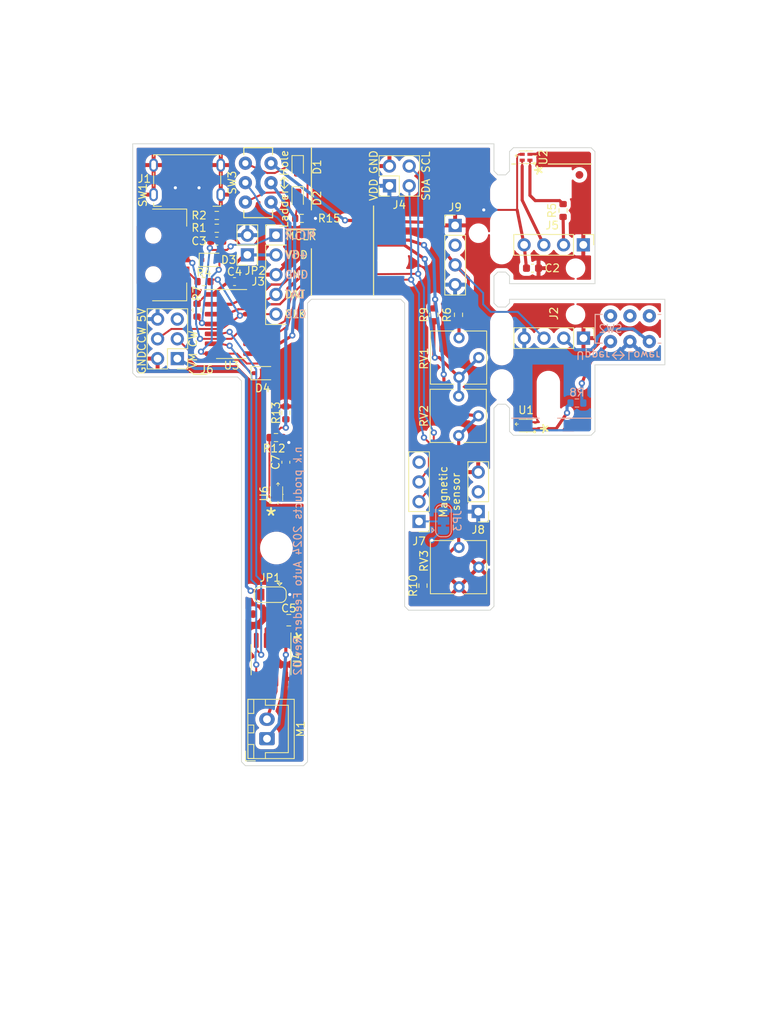
<source format=kicad_pcb>
(kicad_pcb (version 20211014) (generator pcbnew)
  (title_block (date "2023-12-21") (rev "02"))
  (layers (0 "F.Cu" signal) (31 "B.Cu" signal) (34 "B.Paste" user) (35 "F.Paste" user) (36 "B.SilkS" user "B.Silkscreen") (37 "F.SilkS" user "F.Silkscreen") (38 "B.Mask" user) (39 "F.Mask" user) (44 "Edge.Cuts" user))
  (net 0 "")
  (net 1 "GND")
  (net 2 "+5V")
  (net 3 "Net-(C3-Pad1)")
  (net 4 "Net-(J1-PadA5)")
  (net 5 "Net-(J1-PadB5)")
  (net 6 "Net-(D1-Pad1)")
  (net 7 "Net-(D1-Pad2)")
  (net 8 "/Sensor0")
  (net 9 "/FWD")
  (net 10 "/REV")
  (net 11 "/SCL")
  (net 12 "/SDA")
  (net 13 "Net-(R12-Pad2)")
  (net 14 "/Sensor1")
  (net 15 "Net-(C4-Pad2)")
  (net 16 "/RA4")
  (net 17 "/RA2")
  (net 18 "/RA5")
  (net 19 "/M1")
  (net 20 "/M2")
  (net 21 "/IR_DOWN")
  (net 22 "Net-(C5-Pad1)")
  (net 23 "/CCW")
  (net 24 "Net-(J7-Pad1)")
  (net 27 "Net-(R4-Pad1)")
  (net 28 "/IR_UP")
  (net 29 "/CW")
  (net 33 "Net-(D2-Pad1)")
  (net 34 "Net-(J3-Pad4)")
  (net 37 "Net-(SW3-Pad2)")
  (net 38 "Net-(R5-Pad2)")
  (net 40 "Net-(J5-Pad3)")
  (net 41 "Net-(J2-Pad2)")
  (net 42 "Net-(R8-Pad2)")
  (net 43 "Net-(R6-Pad2)")
  (net 44 "Net-(D3-Pad1)")
  (net 46 "Net-(D4-Pad1)")
  (net 47 "Net-(J6-Pad1)")
  (footprint "Capacitor_SMD:C_0603_1608Metric" (layer "F.Cu") (at 187.96 76)
    (fp_text reference "C2")
    (fp_text value "0.1u")
  )
  (footprint "Connector_PinHeader_2.54mm:PinHeader_2x01_P2.54mm_Vertical" (layer "F.Cu") (at 151.257 74.295 90)
    (fp_text reference "JP2")
    (fp_text value "Jumper_2_Bridged")
  )
  (footprint "Capacitor_SMD:C_0603_1608Metric" (layer "F.Cu") (at 156.21 100.965 -90)
    (fp_text reference "C7")
    (fp_text value "0.1u")
  )
  (footprint "Capacitor_SMD:C_0603_1608Metric" (layer "F.Cu") (at 149.606 77.724 180)
    (fp_text reference "C4")
    (fp_text value "0.1u")
  )
  (footprint "Resistor_SMD:R_0603_1608Metric" (layer "F.Cu") (at 145.669 77.724)
    (fp_text reference "R4")
    (fp_text value "1k")
  )
  (footprint "Potentiometer_THT:Potentiometer_Vishay_T73YP_Vertical" (layer "F.Cu") (at 178.46 97.54)
    (fp_text reference "RV2")
    (fp_text value "20k")
  )
  (footprint "Jumper:SolderJumper-3_P1.3mm_Bridged12_RoundedPad1.0x1.5mm" (layer "F.Cu") (at 154.2 118 180)
    (fp_text reference "JP1")
    (fp_text value "SolderJumper")
  )
  (footprint "Connector_PinHeader_2.54mm:PinHeader_1x04_P2.54mm_Vertical" (layer "F.Cu") (at 178 70.5)
    (fp_text reference "J9")
    (fp_text value "Conn_01x04")
  )
  (footprint "Connector_PinHeader_2.54mm:PinHeader_2x03_P2.54mm_Vertical" (layer "F.Cu") (at 142.24 87.63 180)
    (fp_text reference "J6")
    (fp_text value "Conn_02x03_Odd_Even")
  )
  (footprint "mylib:THMU26_2" (layer "F.Cu") (at 139.35 74.295 180)
    (fp_text reference "SW1")
    (fp_text value "TMHU26")
  )
  (footprint "Diode_SMD:D_SOD-323F" (layer "F.Cu") (at 153.22 89.504)
    (fp_text reference "D4")
    (fp_text value "1SS355VM")
  )
  (footprint "" (layer "F.Cu") (at 194.31 96.434999)
    (fp_text reference "")
    (fp_text value "")
  )
  (footprint "mylib:DrillHoleOval2.5x8mm" (layer "F.Cu") (at 181 71.5 90)
    (fp_text reference "REF**" hide)
    (fp_text value "DrillHoleOval2x2")
  )
  (footprint "mylib:DrillHoleOval2.5x8mm" (layer "F.Cu") (at 184 66.5)
    (fp_text reference "REF**" hide)
    (fp_text value "DrillHoleOval2x4")
  )
  (footprint "Connector_PinHeader_2.54mm:PinHeader_1x03_P2.54mm_Vertical" (layer "F.Cu") (at 180.975 107.315 180)
    (fp_text reference "J8")
    (fp_text value "Conn_01x03")
  )
  (footprint "mylib:NJL5901AR-1" (layer "F.Cu") (at 155 105 -90)
    (fp_text reference "U6")
    (fp_text value "NJL5901AR-1")
  )
  (footprint "mylib:DrillHoleOval2.5x8mm" (layer "F.Cu") (at 190.5 65 90)
    (fp_text reference "REF**" hide)
    (fp_text value "DrillHoleOval2x4")
  )
  (footprint "" (layer "F.Cu") (at 194 64)
    (fp_text reference "")
    (fp_text value "")
  )
  (footprint "Fiducial:Fiducial_1mm_Mask2mm" (layer "F.Cu") (at 152 120.5)
    (fp_text reference "REF**" hide)
    (fp_text value "Fiducial_1mm_Mask2mm")
  )
  (footprint "Connector_PinHeader_2.54mm:PinHeader_1x04_P2.54mm_Vertical" (layer "F.Cu") (at 194.52 84.999999 -90)
    (fp_text reference "J2")
    (fp_text value "Conn_01x04")
  )
  (footprint "Resistor_SMD:R_0603_1608Metric" (layer "F.Cu") (at 156.21 94.615 90)
    (fp_text reference "R13")
    (fp_text value "22k")
  )
  (footprint "Resistor_SMD:R_0603_1608Metric" (layer "F.Cu") (at 154.94 97.79 180)
    (fp_text reference "R12")
    (fp_text value "820")
  )
  (footprint "mylib:NJL5901AR-1" (layer "F.Cu") (at 187.13 96.26)
    (fp_text reference "U1")
    (fp_text value "NJL5901AR-1")
  )
  (footprint "Resistor_SMD:R_0603_1608Metric" (layer "F.Cu") (at 173.863 116.84 90)
    (fp_text reference "R10")
    (fp_text value "18k")
  )
  (footprint "Resistor_SMD:R_0603_1608Metric" (layer "F.Cu") (at 175.26 82 -90)
    (fp_text reference "R9")
    (fp_text value "10k")
  )
  (footprint "Resistor_SMD:R_0603_1608Metric" (layer "F.Cu") (at 158.242 69.596 180)
    (fp_text reference "R15")
    (fp_text value "1k")
  )
  (footprint "Connector_PinHeader_2.54mm:PinHeader_2x02_P2.54mm_Vertical" (layer "F.Cu") (at 169.545 65.405 90)
    (fp_text reference "J4")
    (fp_text value "Conn_02x02_Odd_Even")
  )
  (footprint "Potentiometer_THT:Potentiometer_Vishay_T73YP_Vertical" (layer "F.Cu") (at 178.5 90.04)
    (fp_text reference "RV1")
    (fp_text value "1k")
  )
  (footprint "mylib:DrillHoleOval2.5x8mm" (layer "F.Cu") (at 190 92.71)
    (fp_text reference "REF**" hide)
    (fp_text value "DrillHoleOval2x6")
  )
  (footprint "Package_SO:SOIC-8_3.9x4.9mm_P1.27mm" (layer "F.Cu") (at 154.305 126.365 -90)
    (fp_text reference "U4")
    (fp_text value "ZXBM5210-S")
  )
  (footprint "mylib:NJL5901AR-1" (layer "F.Cu") (at 187.13 61.73)
    (fp_text reference "U2")
    (fp_text value "NJL5901AR-1")
  )
  (footprint "mylib:DrillHoleOval2.5x8mm" (layer "F.Cu") (at 193.5 82 90)
    (fp_text reference "REF**" hide)
    (fp_text value "DrillHoleOval2x2")
  )
  (footprint "Resistor_SMD:R_0603_1608Metric" (layer "F.Cu") (at 178.435 82 -90)
    (fp_text reference "R6")
    (fp_text value "1k")
  )
  (footprint "MountingHole:MountingHole_3.2mm_M3_DIN965" (layer "F.Cu") (at 155 112)
    (fp_text reference "REF**" hide)
    (fp_text value "MountingHole_3.2mm_M3_DIN965")
  )
  (footprint "Connector_PinHeader_2.54mm:PinHeader_1x05_P2.54mm_Vertical" (layer "F.Cu") (at 154.94 71.755)
    (fp_text reference "J3")
    (fp_text value "Conn_01x05")
  )
  (footprint "mylib:DrillHoleOval2.5x8mm" (layer "F.Cu") (at 184 72)
    (fp_text reference "REF**" hide)
    (fp_text value "DrillHoleOval2.5x8mm")
  )
  (footprint "" (layer "F.Cu") (at 141.5 63)
    (fp_text reference "")
    (fp_text value "")
  )
  (footprint "mylib:USB_C_6" (layer "F.Cu") (at 143.51 62.738 180)
    (fp_text reference "J1")
    (fp_text value "USB_C_Receptacle_6")
  )
  (footprint "Connector_PinHeader_2.54mm:PinHeader_1x04_P2.54mm_Vertical" (layer "F.Cu") (at 173.355 108.575 180)
    (fp_text reference "J7")
    (fp_text value "Conn_01x04")
  )
  (footprint "Capacitor_SMD:C_0805_2012Metric" (layer "F.Cu") (at 156.591 121.285)
    (fp_text reference "C5")
    (fp_text value "10u")
  )
  (footprint "Resistor_SMD:R_0603_1608Metric" (layer "F.Cu") (at 191.897 68.58 90)
    (fp_text reference "R5")
    (fp_text value "510")
  )
  (footprint "mylib:DrillHoleOval2.5x8mm" (layer "F.Cu") (at 184 91)
    (fp_text reference "REF**" hide)
    (fp_text value "DrillHoleOval2x3")
  )
  (footprint "Package_SO:SOIC-14_3.9x8.7mm_P1.27mm" (layer "F.Cu") (at 149.225 83.185)
    (fp_text reference "U3")
    (fp_text value "PIC16F1705-I/SO")
  )
  (footprint "LED_SMD:LED_0603_1608Metric" (layer "F.Cu") (at 157.734 67 -90)
    (fp_text reference "D2")
    (fp_text value "LED")
  )
  (footprint "Potentiometer_THT:Potentiometer_Vishay_T73YP_Vertical" (layer "F.Cu") (at 178.5 117)
    (fp_text reference "RV3")
    (fp_text value "20k")
  )
  (footprint "Connector_JST:JST_XH_B2B-XH-A_1x02_P2.50mm_Vertical" (layer "F.Cu") (at 153.78 136.525 90)
    (fp_text reference "M1")
    (fp_text value "Motor_DC")
  )
  (footprint "LED_SMD:LED_0603_1608Metric" (layer "F.Cu") (at 157.734 63 -90)
    (fp_text reference "D1")
    (fp_text value "LED")
  )
  (footprint "Diode_SMD:D_SOD-323F" (layer "F.Cu") (at 146.558 74.93)
    (fp_text reference "D3")
    (fp_text value "1SS355VM")
  )
  (footprint "Resistor_SMD:R_0603_1608Metric" (layer "F.Cu") (at 144.78 81.407 90)
    (fp_text reference "R7")
    (fp_text value "10k")
  )
  (footprint "Capacitor_SMD:C_0603_1608Metric" (layer "F.Cu") (at 147.32 72.517)
    (fp_text reference "C3")
    (fp_text value "0.01u")
  )
  (footprint "mylib:DrillHoleOval2.5x8mm" (layer "F.Cu") (at 193.5 76 90)
    (fp_text reference "REF**" hide)
    (fp_text value "DrillHoleOval2x2")
  )
  (footprint "Resistor_SMD:R_0603_1608Metric" (layer "F.Cu") (at 147.32 70.866)
    (fp_text reference "R1")
    (fp_text value "5.1k")
  )
  (footprint "mylib:Slide-SW-IS-2235" (layer "F.Cu") (at 154.3 62.5 -90)
    (fp_text reference "SW3")
    (fp_text value "IS-2235")
  )
  (footprint "Resistor_SMD:R_0603_1608Metric" (layer "F.Cu") (at 147.32 69.215)
    (fp_text reference "R2")
    (fp_text value "5.1k")
  )
  (footprint "mylib:DrillHoleOval2.5x8mm" (layer "F.Cu") (at 170 75 90)
    (fp_text reference "REF**" hide)
    (fp_text value "DrillHoleOval2x4")
  )
  (footprint "Connector_PinHeader_2.54mm:PinHeader_1x04_P2.54mm_Vertical" (layer "F.Cu") (at 194.5 73 -90)
    (fp_text reference "J5")
    (fp_text value "Conn_01x04")
  )
  (footprint "mylib:DrillHoleOval2.5x8mm" (layer "F.Cu") (at 184 84.999999)
    (fp_text reference "REF**" hide)
    (fp_text value "DrillHoleOval2x6")
  )
  (footprint "mylib:Slide-SW-IS-2235" (layer "B.Cu") (at 198 85.43512)
    (fp_text reference "SW2")
    (fp_text value "IS-2235")
  )
  (footprint "Resistor_SMD:R_0603_1608Metric" (layer "B.Cu") (at 193.675 93.345 180)
    (fp_text reference "R8")
    (fp_text value "510")
  )
  (footprint "Jumper:SolderJumper-3_P1.3mm_Bridged12_RoundedPad1.0x1.5mm" (layer "B.Cu") (at 176.5 108.5 90)
    (fp_text reference "JP3")
    (fp_text value "SolderJumper_3_Bridged12")
  )
  (gr_line (start 199.75 87.2) (end 198.25 87.2) (layer "B.SilkS") (width 0.15))
  (gr_line (start 199.75 87.2) (end 199.25 87.7) (layer "B.SilkS") (width 0.15))
  (gr_line (start 196.925 81.95) (end 196.025 81.95) (layer "B.SilkS") (width 0.15))
  (gr_line (start 204.475 81.95) (end 204.125 81.95) (layer "B.SilkS") (width 0.15))
  (gr_line (start 198.25 87.2) (end 198.75 87.7) (layer "B.SilkS") (width 0.15))
  (gr_line (start 196.025 85.65) (end 196.925 85.65) (layer "B.SilkS") (width 0.15))
  (gr_line (start 185.3 95.3) (end 188.8 95.3) (layer "B.SilkS") (width 0.15))
  (gr_line (start 204.125 85.65) (end 204.475 85.65) (layer "B.SilkS") (width 0.15))
  (gr_line (start 198.25 87.2) (end 198.75 86.7) (layer "B.SilkS") (width 0.15))
  (gr_line (start 191.2 95.3) (end 195.5 95.3) (layer "B.SilkS") (width 0.15))
  (gr_line (start 199.75 87.2) (end 199.25 86.7) (layer "B.SilkS") (width 0.15))
  (gr_line (start 196.025 81.95) (end 196.025 85.65) (layer "B.SilkS") (width 0.15))
  (gr_line (start 155.5 65.25) (end 156 65.75) (layer "F.SilkS") (width 0.15))
  (gr_line (start 155.5 64.75) (end 156 64.25) (layer "F.SilkS") (width 0.15))
  (gr_line (start 167.5 68) (end 167.5 79.5) (layer "F.SilkS") (width 0.15))
  (gr_line (start 190 62.6) (end 195.5 62.6) (layer "F.SilkS") (width 0.15))
  (gr_line (start 150.8 68.6) (end 150.8 69.5) (layer "F.SilkS") (width 0.15))
  (gr_line (start 156 65.75) (end 156 64.25) (layer "F.SilkS") (width 0.15))
  (gr_line (start 154.5 69.5) (end 154.5 68.6) (layer "F.SilkS") (width 0.15))
  (gr_line (start 156.5 65.25) (end 156 65.75) (layer "F.SilkS") (width 0.15))
  (gr_line (start 150.8 60.5) (end 150.8 61.4) (layer "F.SilkS") (width 0.15))
  (gr_line (start 150.8 69.5) (end 154.5 69.5) (layer "F.SilkS") (width 0.15))
  (gr_line (start 156.5 64.75) (end 156 64.25) (layer "F.SilkS") (width 0.15))
  (gr_line (start 154.5 60.5) (end 150.8 60.5) (layer "F.SilkS") (width 0.15))
  (gr_line (start 159.5 73.5) (end 159.5 79.5) (layer "F.SilkS") (width 0.15))
  (gr_line (start 159.5 60.5) (end 159.5 68.5) (layer "F.SilkS") (width 0.15))
  (gr_line (start 144.399 89.662) (end 143.764 89.154) (layer "F.SilkS") (width 0.15))
  (gr_line (start 185.3 62.6) (end 185.8 62.6) (layer "F.SilkS") (width 0.15))
  (gr_line (start 154.5 61.4) (end 154.5 60.5) (layer "F.SilkS") (width 0.15))
  (gr_line (start 146.05 89.662) (end 144.399 89.662) (layer "F.SilkS") (width 0.15))
  (gr_line (start 183.5 93.5) (end 183 94) (layer "Edge.Cuts") (width 0.1))
  (gr_line (start 195.5 97.5) (end 196 97.000002) (layer "Edge.Cuts") (width 0.1))
  (gr_line (start 185.5 60.5) (end 195.5 60.5) (layer "Edge.Cuts") (width 0.1))
  (gr_line (start 185 61) (end 185.5 60.5) (layer "Edge.Cuts") (width 0.1))
  (gr_line (start 171.5 119.5) (end 172 120) (layer "Edge.Cuts") (width 0.1))
  (gr_line (start 195.5 97.5) (end 185.5 97.500002) (layer "Edge.Cuts") (width 0.1))
  (gr_line (start 184.5 81) (end 185 80.5) (layer "Edge.Cuts") (width 0.1))
  (gr_line (start 136.5 60) (end 183 60) (layer "Edge.Cuts") (width 0.1))
  (gr_line (start 171.5 80.5) (end 171.5 119.5) (layer "Edge.Cuts") (width 0.1))
  (gr_line (start 159 80.5) (end 159 139.5) (layer "Edge.Cuts") (width 0.1))
  (gr_line (start 196 97.000002) (end 196 88.43512) (layer "Edge.Cuts") (width 0.1))
  (gr_line (start 184.5 76.5) (end 185 77) (layer "Edge.Cuts") (width 0.1))
  (gr_line (start 183.5 64) (end 183 63.5) (layer "Edge.Cuts") (width 0.1))
  (gr_line (start 183.5 76.5) (end 184.5 76.5) (layer "Edge.Cuts") (width 0.1))
  (gr_line (start 171 80) (end 171.5 80.5) (layer "Edge.Cuts") (width 0.1))
  (gr_line (start 184.5 64) (end 185 63.5) (layer "Edge.Cuts") (width 0.1))
  (gr_line (start 185 80) (end 205 80) (layer "Edge.Cuts") (width 0.1))
  (gr_line (start 196 61) (end 196 78) (layer "Edge.Cuts") (width 0.1))
  (gr_line (start 183.5 76.5) (end 183 77) (layer "Edge.Cuts") (width 0.1))
  (gr_line (start 185 94) (end 185 97.000002) (layer "Edge.Cuts") (width 0.1))
  (gr_line (start 183.5 64) (end 184.5 64) (layer "Edge.Cuts") (width 0.1))
  (gr_line (start 137 90) (end 150 90) (layer "Edge.Cuts") (width 0.1))
  (gr_line (start 183 94) (end 183 119.5) (layer "Edge.Cuts") (width 0.1))
  (gr_line (start 171 80) (end 159.5 80) (layer "Edge.Cuts") (width 0.1))
  (gr_line (start 150.5 139.5) (end 151 140) (layer "Edge.Cuts") (width 0.1))
  (gr_line (start 205 88.43512) (end 196 88.43512) (layer "Edge.Cuts") (width 0.1))
  (gr_line (start 158.5 140) (end 159 139.5) (layer "Edge.Cuts") (width 0.1))
  (gr_line (start 183.5 93.5) (end 184.5 93.5) (layer "Edge.Cuts") (width 0.1))
  (gr_line (start 151 140) (end 158.5 140) (layer "Edge.Cuts") (width 0.1))
  (gr_line (start 185 80.5) (end 185 80) (layer "Edge.Cuts") (width 0.1))
  (gr_line (start 185 97.000002) (end 185.5 97.500002) (layer "Edge.Cuts") (width 0.1))
  (gr_line (start 150 90) (end 150.5 90.5) (layer "Edge.Cuts") (width 0.1))
  (gr_line (start 150.5 90.5) (end 150.5 139.5) (layer "Edge.Cuts") (width 0.1))
  (gr_line (start 159.5 80) (end 159 80.5) (layer "Edge.Cuts") (width 0.1))
  (gr_line (start 183.5 81) (end 183 80.5) (layer "Edge.Cuts") (width 0.1))
  (gr_line (start 183 77) (end 183 80.5) (layer "Edge.Cuts") (width 0.1))
  (gr_line (start 196 78) (end 185 78) (layer "Edge.Cuts") (width 0.1))
  (gr_line (start 136.5 89.5) (end 137 90) (layer "Edge.Cuts") (width 0.1))
  (gr_line (start 184.5 93.5) (end 185 94) (layer "Edge.Cuts") (width 0.1))
  (gr_line (start 183.5 81) (end 184.5 81) (layer "Edge.Cuts") (width 0.1))
  (gr_line (start 172 120) (end 182.5 120) (layer "Edge.Cuts") (width 0.1))
  (gr_line (start 205 80) (end 205 88.43512) (layer "Edge.Cuts") (width 0.1))
  (gr_line (start 136.5 60) (end 136.5 89.5) (layer "Edge.Cuts") (width 0.1))
  (gr_line (start 185 77) (end 185 78) (layer "Edge.Cuts") (width 0.1))
  (gr_line (start 183 60) (end 183 63.5) (layer "Edge.Cuts") (width 0.1))
  (gr_line (start 182.5 120) (end 183 119.5) (layer "Edge.Cuts") (width 0.1))
  (gr_line (start 195.5 60.5) (end 196 61) (layer "Edge.Cuts") (width 0.1))
  (gr_line (start 185 61) (end 185 63.5) (layer "Edge.Cuts") (width 0.1))
  (gr_text "Lower" (at 202.25 87.2 180) (layer "B.SilkS") (effects (font (size 1 1)) (justify mirror)))
  (gr_text "GND" (at 155.956 76.835) (layer "B.SilkS") (effects (font (size 1 1)) (justify right mirror)))
  (gr_text "n.k products 2024 Auto Feeder Rev.02" (at 157.734 113.665 90) (layer "B.SilkS") (effects (font (size 1 1)) (justify mirror)))
  (gr_text "~{MCLR}" (at 155.956 71.755) (layer "B.SilkS") (effects (font (size 1 1)) (justify right mirror)))
  (gr_text "+5V" (at 155.956 74.295) (layer "B.SilkS") (effects (font (size 1 1)) (justify right mirror)))
  (gr_text "DAT" (at 155.956 79.375) (layer "B.SilkS") (effects (font (size 1 1)) (justify right mirror)))
  (gr_text "Upper" (at 195.75 87.2 180) (layer "B.SilkS") (effects (font (size 1 1)) (justify mirror)))
  (gr_text "CLK" (at 155.956 81.915) (layer "B.SilkS") (effects (font (size 1 1)) (justify right mirror)))
  (gr_text "Ladder" (at 156 68.326 90) (layer "F.SilkS") (effects (font (size 1 1))))
  (gr_text "VDD" (at 167.513 65.913 90) (layer "F.SilkS") (effects (font (size 1 1))))
  (gr_text "CW" (at 144.272 85.09 90) (layer "F.SilkS") (effects (font (size 1 1))))
  (gr_text "*" (at 190.119 96.647 90) (layer "F.SilkS") (effects (font (size 2 2) (thickness 0.25))))
  (gr_text "VM" (at 144.272 87.884 90) (layer "F.SilkS") (effects (font (size 1 1))))
  (gr_text "5V" (at 137.668 82.042 90) (layer "F.SilkS") (effects (font (size 1 1))))
  (gr_text "CCW" (at 137.668 85.09 90) (layer "F.SilkS") (effects (font (size 1 1))))
  (gr_text "SCL" (at 174.244 62.357 90) (layer "F.SilkS") (effects (font (size 1 1))))
  (gr_text "DAT" (at 155.956 79.375) (layer "F.SilkS") (effects (font (size 1 1)) (justify left)))
  (gr_text "Hole" (at 156 62.484 90) (layer "F.SilkS") (effects (font (size 1 1))))
  (gr_text "*" (at 189.357 63.373 90) (layer "F.SilkS") (effects (font (size 2 2) (thickness 0.25))))
  (gr_text "GND" (at 137.668 88.138 90) (layer "F.SilkS") (effects (font (size 1 1))))
  (gr_text "SDA" (at 174.244 65.913 90) (layer "F.SilkS") (effects (font (size 1 1))))
  (gr_text "GND" (at 155.956 76.835) (layer "F.SilkS") (effects (font (size 1 1)) (justify left)))
  (gr_text "*" (at 154.305 107.95) (layer "F.SilkS") (effects (font (size 2 2) (thickness 0.25))))
  (gr_text "VDD" (at 156.083 74.295) (layer "F.SilkS") (effects (font (size 1 1)) (justify left)))
  (gr_text "GND" (at 167.513 62.357 90) (layer "F.SilkS") (effects (font (size 1 1))))
  (gr_text "~{MCLR}" (at 156.083 71.882) (layer "F.SilkS") (effects (font (size 1 1)) (justify left)))
  (gr_text "*" (at 158.369 123.444 90) (layer "F.SilkS") (effects (font (size 2 2) (thickness 0.25))))
  (gr_text "Magnetic\nsensor" (at 177.292 104.775 90) (layer "F.SilkS") (effects (font (size 1 1))))
  (gr_text "CLK" (at 155.956 81.915) (layer "F.SilkS") (effects (font (size 1 1)) (justify left)))
  (segment (start 193.675 87.63) (end 194.52 86.785) (width 0.25) (layer "F.Cu") (net 1))
  (segment (start 194.5 70.93) (end 194.5 73) (width 0.25) (layer "F.Cu") (net 1))
  (segment (start 148.145 69.215) (end 148.145 68.262) (width 0.25) (layer "F.Cu") (net 1))
  (segment (start 187.63 95.88) (end 187.63 88.595) (width 0.25) (layer "F.Cu") (net 1))
  (segment (start 161.925 69.85) (end 161.925 69.215) (width 0.4) (layer "F.Cu") (net 1))
  (segment (start 153.289 76.835) (end 151.7 78.424) (width 0.25) (layer "F.Cu") (net 1))
  (segment (start 154.94 76.835) (end 161.925 69.85) (width 0.4) (layer "F.Cu") (net 1))
  (segment (start 167.64 65.7225) (end 167.64 62.865) (width 0.4) (layer "F.Cu") (net 1))
  (segment (start 156.0675 105.5) (end 156.21 105.3575) (width 0.25) (layer "F.Cu") (net 1))
  (segment (start 161.925 69.215) (end 162.56 68.58) (width 0.4) (layer "F.Cu") (net 1))
  (segment (start 167.64 62.865) (end 169.545 62.865) (width 0.4) (layer "F.Cu") (net 1))
  (segment (start 194.745 61.35) (end 195.125 61.73) (width 0.25) (layer "F.Cu") (net 1))
  (segment (start 164.7825 68.58) (end 167.64 65.7225) (width 0.4) (layer "F.Cu") (net 1))
  (segment (start 187.63 61.35) (end 194.745 61.35) (width 0.25) (layer "F.Cu") (net 1))
  (segment (start 187.63 88.595) (end 188.595 87.63) (width 0.25) (layer "F.Cu") (net 1))
  (segment (start 151.7 78.424) (end 151.7 79.375) (width 0.25) (layer "F.Cu") (net 1))
  (segment (start 195.125 64.465991) (end 194.945 64.645991) (width 0.25) (layer "F.Cu") (net 1))
  (segment (start 155.38 105.5) (end 156.0675 105.5) (width 0.25) (layer "F.Cu") (net 1))
  (segment (start 194.945 70.485) (end 194.5 70.93) (width 0.25) (layer "F.Cu") (net 1))
  (segment (start 154.94 76.835) (end 153.289 76.835) (width 0.25) (layer "F.Cu") (net 1))
  (segment (start 162.56 68.58) (end 164.7825 68.58) (width 0.4) (layer "F.Cu") (net 1))
  (segment (start 194.945 64.645991) (end 194.945 70.485) (width 0.25) (layer "F.Cu") (net 1))
  (segment (start 148.145 68.262) (end 147.83 67.947) (width 0.25) (layer "F.Cu") (net 1))
  (segment (start 147.83 67.947) (end 147.83 66.538) (width 0.25) (layer "F.Cu") (net 1))
  (segment (start 194.52 86.785) (end 194.52 84.999999) (width 0.25) (layer "F.Cu") (net 1))
  (segment (start 195.125 61.73) (end 195.125 64.465991) (width 0.25) (layer "F.Cu") (net 1))
  (segment (start 156.21 105.3575) (end 156.21 101.74) (width 0.25) (layer "F.Cu") (net 1))
  (segment (start 188.595 87.63) (end 193.675 87.63) (width 0.25) (layer "F.Cu") (net 1))
  (via (at 175 111) (size 0.8) (drill 0.4) (layers "F.Cu" "B.Cu") (net 1))
  (segment (start 176.5 109.8) (end 176.2 109.8) (width 0.25) (layer "B.Cu") (net 1))
  (segment (start 176.2 109.8) (end 175 111) (width 0.25) (layer "B.Cu") (net 1))
  (segment (start 145.034 65.659) (end 145.03 65.663) (width 0.4) (layer "F.Cu") (net 2))
  (segment (start 156.4 98.425) (end 155.765 97.79) (width 0.25) (layer "F.Cu") (net 2))
  (segment (start 145.03 65.663) (end 145.03 67.288) (width 0.4) (layer "F.Cu") (net 2))
  (segment (start 156.718 117.983) (end 155.478 117.983) (width 0.4) (layer "F.Cu") (net 2))
  (segment (start 156.591 98.425) (end 156.4 98.425) (width 0.25) (layer "F.Cu") (net 2))
  (segment (start 185.98 68.505) (end 186.88 73) (width 0.4) (layer "F.Cu") (net 2))
  (segment (start 185.98 61.585) (end 185.98 68.505) (width 0.25) (layer "F.Cu") (net 2))
  (segment (start 156.21 100.19) (end 155.38 100.19) (width 0.25) (layer "F.Cu") (net 2))
  (segment (start 186.215 61.35) (end 185.98 61.585) (width 0.25) (layer "F.Cu") (net 2))
  (segment (start 155.38 100.19) (end 155.38 104.5) (width 0.25) (layer "F.Cu") (net 2))
  (segment (start 156.591 98.425) (end 156.21 98.806) (width 0.25) (layer "F.Cu") (net 2))
  (segment (start 141.986 65.659) (end 141.99 65.663) (width 0.4) (layer "F.Cu") (net 2))
  (segment (start 186.63 61.35) (end 186.215 61.35) (width 0.25) (layer "F.Cu") (net 2))
  (segment (start 156.21 98.806) (end 156.21 100.19) (width 0.25) (layer "F.Cu") (net 2))
  (segment (start 160.02 69.596) (end 159.067 69.596) (width 0.25) (layer "F.Cu") (net 2))
  (segment (start 141.99 65.663) (end 141.99 67.288) (width 0.4) (layer "F.Cu") (net 2))
  (segment (start 181.685 68.505) (end 185.98 68.505) (width 0.25) (layer "F.Cu") (net 2))
  (segment (start 187.185 76) (end 186.88 73) (width 0.4) (layer "F.Cu") (net 2))
  (via (at 156.718 117.983) (size 0.8) (drill 0.4) (layers "F.Cu" "B.Cu") (net 2))
  (via (at 156.591 98.425) (size 0.8) (drill 0.4) (layers "F.Cu" "B.Cu") (net 2))
  (via (at 181.685 68.505) (size 0.8) (drill 0.4) (layers "F.Cu" "B.Cu") (net 2))
  (via (at 160.02 69.596) (size 0.8) (drill 0.4) (layers "F.Cu" "B.Cu") (net 2))
  (via (at 145.034 65.659) (size 0.8) (drill 0.4) (layers "F.Cu" "B.Cu") (net 2))
  (via (at 141.986 65.659) (size 0.8) (drill 0.4) (layers "F.Cu" "B.Cu") (net 2))
  (segment (start 176.5 68.5) (end 181.68 68.5) (width 0.25) (layer "B.Cu") (net 2))
  (segment (start 176.5 78) (end 176.5 68.5) (width 0.25) (layer "B.Cu") (net 2))
  (segment (start 181.68 68.5) (end 181.685 68.505) (width 0.25) (layer "B.Cu") (net 2))
  (segment (start 176.62 78.12) (end 176.5 78) (width 0.25) (layer "B.Cu") (net 2))
  (segment (start 178 78.12) (end 176.62 78.12) (width 0.25) (layer "B.Cu") (net 2))
  (segment (start 146.685 73.66) (end 148.64 73.66) (width 0.25) (layer "F.Cu") (net 3))
  (segment (start 145.415 83.058) (end 145.2505 83.185) (width 0.25) (layer "F.Cu") (net 3))
  (segment (start 148.64 73.66) (end 149.1 73.2) (width 0.25) (layer "F.Cu") (net 3))
  (segment (start 146.431 73.406) (end 146.545 72.517) (width 0.25) (layer "F.Cu") (net 3))
  (segment (start 146.431 73.406) (end 146.685 73.66) (width 0.25) (layer "F.Cu") (net 3))
  (segment (start 145.415 83.058) (end 144.78 82.232) (width 0.25) (layer "F.Cu") (net 3))
  (segment (start 145.2505 83.185) (end 146.75 83.185) (width 0.25) (layer "F.Cu") (net 3))
  (via (at 146.431 73.406) (size 0.8) (drill 0.4) (layers "F.Cu" "B.Cu") (net 3))
  (via (at 149.1 73.2) (size 0.8) (drill 0.4) (layers "F.Cu" "B.Cu") (net 3))
  (via (at 145.415 83.058) (size 0.8) (drill 0.4) (layers "F.Cu" "B.Cu") (net 3))
  (segment (start 152.146 72.993) (end 154.94 71.755) (width 0.25) (layer "B.Cu") (net 3))
  (segment (start 149.1 73.2) (end 149.307 72.993) (width 0.25) (layer "B.Cu") (net 3))
  (segment (start 145.415 83.058) (end 146.431 73.406) (width 0.25) (layer "B.Cu") (net 3))
  (segment (start 149.307 72.993) (end 152.146 72.993) (width 0.25) (layer "B.Cu") (net 3))
  (segment (start 145.542 69.215) (end 146.495 69.215) (width 0.25) (layer "F.Cu") (net 4))
  (segment (start 144.01 67.937) (end 145.542 69.215) (width 0.25) (layer "F.Cu") (net 4))
  (segment (start 144.01 67.288) (end 144.01 67.937) (width 0.25) (layer "F.Cu") (net 4))
  (segment (start 145.8005 70.866) (end 143.01 68.0755) (width 0.25) (layer "F.Cu") (net 5))
  (segment (start 143.01 68.0755) (end 143.01 67.288) (width 0.25) (layer "F.Cu") (net 5))
  (segment (start 146.495 70.866) (end 145.8005 70.866) (width 0.25) (layer "F.Cu") (net 5))
  (segment (start 151 62.5) (end 153.797 63.754) (width 0.25) (layer "F.Cu") (net 6))
  (segment (start 154.813 63.754) (end 157.734 62.2125) (width 0.25) (layer "F.Cu") (net 6))
  (segment (start 153.797 63.754) (end 154.813 63.754) (width 0.25) (layer "F.Cu") (net 6))
  (segment (start 158.3995 67.7875) (end 157.734 67.7875) (width 0.25) (layer "F.Cu") (net 7))
  (segment (start 159 67.187) (end 158.3995 67.7875) (width 0.25) (layer "F.Cu") (net 7))
  (segment (start 159 65.0535) (end 159 67.187) (width 0.25) (layer "F.Cu") (net 7))
  (segment (start 157.734 63.7875) (end 159 65.0535) (width 0.25) (layer "F.Cu") (net 7))
  (segment (start 157.734 67.7875) (end 157.417 69.596) (width 0.25) (layer "F.Cu") (net 7))
  (segment (start 178 75.58) (end 179.705 77.285) (width 0.4) (layer "F.Cu") (net 8))
  (segment (start 176.53 73.66) (end 178 75.58) (width 0.4) (layer "F.Cu") (net 8))
  (segment (start 179.705 78.613) (end 178.435 81.175) (width 0.4) (layer "F.Cu") (net 8))
  (segment (start 179.705 77.285) (end 179.705 78.613) (width 0.4) (layer "F.Cu") (net 8))
  (segment (start 174.371 70.104) (end 176.276 71.755) (width 0.4) (layer "F.Cu") (net 8))
  (segment (start 176.276 71.755) (end 176.53 73.66) (width 0.4) (layer "F.Cu") (net 8))
  (segment (start 163.83 69.85) (end 174.371 70.104) (width 0.4) (layer "F.Cu") (net 8))
  (via (at 163.83 69.85) (size 0.8) (drill 0.4) (layers "F.Cu" "B.Cu") (net 8))
  (segment (start 182.589999 81.624999) (end 181.61 80.645) (width 0.25) (layer "B.Cu") (net 8))
  (segment (start 163.83 69.85) (end 154.3 62.5) (width 0.4) (layer "B.Cu") (net 8))
  (segment (start 181.61 80.645) (end 181.61 79.19) (width 0.25) (layer "B.Cu") (net 8))
  (segment (start 181.61 79.19) (end 178 75.58) (width 0.25) (layer "B.Cu") (net 8))
  (segment (start 189.44 84.999999) (end 186.065 81.624999) (width 0.25) (layer "B.Cu") (net 8))
  (segment (start 186.065 81.624999) (end 182.589999 81.624999) (width 0.25) (layer "B.Cu") (net 8))
  (segment (start 147.828 84.455) (end 146.75 84.455) (width 0.25) (layer "F.Cu") (net 9))
  (segment (start 148.971 84.201) (end 147.828 84.455) (width 0.25) (layer "F.Cu") (net 9))
  (segment (start 152.4 125.095) (end 153.035 125.73) (width 0.25) (layer "F.Cu") (net 9))
  (segment (start 152.4 123.89) (end 152.4 125.095) (width 0.25) (layer "F.Cu") (net 9))
  (via (at 148.971 84.201) (size 0.8) (drill 0.4) (layers "F.Cu" "B.Cu") (net 9))
  (via (at 153.035 125.73) (size 0.8) (drill 0.4) (layers "F.Cu" "B.Cu") (net 9))
  (segment (start 153.035 116.205) (end 153.035 125.73) (width 0.25) (layer "B.Cu") (net 9))
  (segment (start 152.4 89.027) (end 152.4 115.57) (width 0.25) (layer "B.Cu") (net 9))
  (segment (start 152.4 115.57) (end 153.035 116.205) (width 0.25) (layer "B.Cu") (net 9))
  (segment (start 148.971 84.201) (end 152.4 89.027) (width 0.25) (layer "B.Cu") (net 9))
  (segment (start 148.971 85.979) (end 147.828 85.725) (width 0.25) (layer "F.Cu") (net 10))
  (segment (start 152.4 127) (end 152.4 128.84) (width 0.25) (layer "F.Cu") (net 10))
  (segment (start 147.828 85.725) (end 146.75 85.725) (width 0.25) (layer "F.Cu") (net 10))
  (via (at 148.971 85.979) (size 0.8) (drill 0.4) (layers "F.Cu" "B.Cu") (net 10))
  (via (at 152.4 127) (size 0.8) (drill 0.4) (layers "F.Cu" "B.Cu") (net 10))
  (segment (start 151.765 116.078) (end 152.4005 116.7135) (width 0.25) (layer "B.Cu") (net 10))
  (segment (start 152.31 126.91) (end 152.4 127) (width 0.25) (layer "B.Cu") (net 10))
  (segment (start 152.4005 116.7135) (end 152.4005 125.339195) (width 0.25) (layer "B.Cu") (net 10))
  (segment (start 151.765 89.662) (end 151.765 116.078) (width 0.25) (layer "B.Cu") (net 10))
  (segment (start 152.31 125.429695) (end 152.31 126.91) (width 0.25) (layer "B.Cu") (net 10))
  (segment (start 148.971 85.979) (end 151.765 89.662) (width 0.25) (layer "B.Cu") (net 10))
  (segment (start 152.4005 125.339195) (end 152.31 125.429695) (width 0.25) (layer "B.Cu") (net 10))
  (segment (start 175.26 97.155) (end 175.133 103.759) (width 0.25) (layer "F.Cu") (net 11))
  (segment (start 156.083 82.804) (end 153.162 84.455) (width 0.25) (layer "F.Cu") (net 11))
  (segment (start 159.639 76.835) (end 156.972 79.375) (width 0.25) (layer "F.Cu") (net 11))
  (segment (start 153.162 84.455) (end 151.7 84.455) (width 0.25) (layer "F.Cu") (net 11))
  (segment (start 175.133 103.759) (end 173.355 106.035) (width 0.25) (layer "F.Cu") (net 11))
  (segment (start 173.247318 76.727318) (end 159.639 76.835) (width 0.25) (layer "F.Cu") (net 11))
  (segment (start 156.972 79.375) (end 156.083 82.804) (width 0.25) (layer "F.Cu") (net 11))
  (via (at 175.26 97.155) (size 0.8) (drill 0.4) (layers "F.Cu" "B.Cu") (net 11))
  (via (at 173.247318 76.727318) (size 0.8) (drill 0.4) (layers "F.Cu" "B.Cu") (net 11))
  (segment (start 173.99 78.486) (end 173.99 94.615) (width 0.25) (layer "B.Cu") (net 11))
  (segment (start 173.247318 76.727318) (end 173.247318 66.548) (width 0.25) (layer "B.Cu") (net 11))
  (segment (start 173.247318 66.548) (end 173.355 66.440318) (width 0.25) (layer "B.Cu") (net 11))
  (segment (start 173.99 94.615) (end 175.26 97.155) (width 0.25) (layer "B.Cu") (net 11))
  (segment (start 173.355 64.135) (end 172.085 62.865) (width 0.25) (layer "B.Cu") (net 11))
  (segment (start 173.355 66.440318) (end 173.355 64.135) (width 0.25) (layer "B.Cu") (net 11))
  (segment (start 173.247318 76.727318) (end 173.99 78.486) (width 0.25) (layer "B.Cu") (net 11))
  (segment (start 172.339 77.47) (end 159.766 77.597) (width 0.25) (layer "F.Cu") (net 12))
  (segment (start 156.464 83.439) (end 153.162 85.725) (width 0.25) (layer "F.Cu") (net 12))
  (segment (start 173.99 97.79) (end 174.615 98.415) (width 0.25) (layer "F.Cu") (net 12))
  (segment (start 174.615 98.415) (end 174.625 101.727) (width 0.25) (layer "F.Cu") (net 12))
  (segment (start 157.48 79.756) (end 156.464 83.439) (width 0.25) (layer "F.Cu") (net 12))
  (segment (start 174.625 101.727) (end 173.355 103.495) (width 0.25) (layer "F.Cu") (net 12))
  (segment (start 159.766 77.597) (end 157.48 79.756) (width 0.25) (layer "F.Cu") (net 12))
  (segment (start 153.162 85.725) (end 151.7 85.725) (width 0.25) (layer "F.Cu") (net 12))
  (via (at 173.99 97.79) (size 0.8) (drill 0.4) (layers "F.Cu" "B.Cu") (net 12))
  (via (at 172.339 77.47) (size 0.8) (drill 0.4) (layers "F.Cu" "B.Cu") (net 12))
  (segment (start 172.339 77.47) (end 172.339 73.406) (width 0.25) (layer "B.Cu") (net 12))
  (segment (start 173.355 95.123) (end 173.99 97.79) (width 0.25) (layer "B.Cu") (net 12))
  (segment (start 172.339 77.47) (end 173.355 79.248) (width 0.25) (layer "B.Cu") (net 12))
  (segment (start 172.339 73.406) (end 172.085 65.405) (width 0.25) (layer "B.Cu") (net 12))
  (segment (start 173.355 79.248) (end 173.355 95.123) (width 0.25) (layer "B.Cu") (net 12))
  (segment (start 154.095 97.81) (end 154.115 97.79) (width 0.25) (layer "F.Cu") (net 13))
  (segment (start 154.095 105.41) (end 154.095 97.81) (width 0.25) (layer "F.Cu") (net 13))
  (segment (start 154.62 105.5) (end 154.185 105.5) (width 0.25) (layer "F.Cu") (net 13))
  (segment (start 154.185 105.5) (end 154.095 105.41) (width 0.25) (layer "F.Cu") (net 13))
  (segment (start 154.94 97.155) (end 154.94 99.06) (width 0.25) (layer "F.Cu") (net 14))
  (segment (start 156.21 96.52) (end 156.21 95.44) (width 0.25) (layer "F.Cu") (net 14))
  (segment (start 154.94 99.06) (end 154.62 100.203) (width 0.25) (layer "F.Cu") (net 14))
  (segment (start 156.21 96.52) (end 155.575 96.52) (width 0.25) (layer "F.Cu") (net 14))
  (segment (start 155.575 96.52) (end 154.94 97.155) (width 0.25) (layer "F.Cu") (net 14))
  (segment (start 154.62 100.203) (end 154.62 104.5) (width 0.25) (layer "F.Cu") (net 14))
  (via (at 156.21 96.52) (size 0.8) (drill 0.4) (layers "F.Cu" "B.Cu") (net 14))
  (segment (start 156.337 83.81) (end 156.337 83.82) (width 0.4) (layer "B.Cu") (net 14))
  (segment (start 156.735 78.469) (end 156.735 70.231) (width 0.4) (layer "B.Cu") (net 14))
  (segment (start 156.2 83.947) (end 156.337 83.81) (width 0.4) (layer "B.Cu") (net 14))
  (segment (start 156.337 83.82) (end 156.735 78.469) (width 0.4) (layer "B.Cu") (net 14))
  (segment (start 156.2 96.51) (end 156.2 83.947) (width 0.4) (layer "B.Cu") (net 14))
  (segment (start 156.21 96.52) (end 156.2 96.51) (width 0.4) (layer "B.Cu") (net 14))
  (segment (start 156.735 70.231) (end 154.3 67.5) (width 0.4) (layer "B.Cu") (net 14))
  (segment (start 144.78 80.582) (end 145.987 79.375) (width 0.25) (layer "F.Cu") (net 15))
  (segment (start 148.831 77.737) (end 146.75 79.375) (width 0.4) (layer "F.Cu") (net 15))
  (segment (start 148.831 77.724) (end 148.831 76.34) (width 0.4) (layer "F.Cu") (net 15))
  (segment (start 145.987 79.375) (end 146.75 79.375) (width 0.25) (layer "F.Cu") (net 15))
  (segment (start 150.876 74.295) (end 151.257 74.295) (width 0.4) (layer "F.Cu") (net 15))
  (segment (start 148.831 77.724) (end 148.831 77.737) (width 0.4) (layer "F.Cu") (net 15))
  (segment (start 148.831 76.34) (end 150.876 74.295) (width 0.4) (layer "F.Cu") (net 15))
  (segment (start 151.257 74.295) (end 154.94 74.295) (width 0.4) (layer "B.Cu") (net 15))
  (segment (start 171.45 73.025) (end 162.56 73.025) (width 0.4) (layer "F.Cu") (net 16))
  (segment (start 175.96 87.5) (end 175.39 87.5) (width 0.4) (layer "F.Cu") (net 16))
  (segment (start 174.092419 74.827581) (end 171.45 73.025) (width 0.4) (layer "F.Cu") (net 16))
  (segment (start 154.143375 80.645) (end 155.437767 80.645) (width 0.3) (layer "F.Cu") (net 16))
  (segment (start 162.56 73.025) (end 156.464 78.613) (width 0.4) (layer "F.Cu") (net 16))
  (segment (start 155.437767 80.645) (end 156.21 79.872767) (width 0.3) (layer "F.Cu") (net 16))
  (segment (start 175.26 82.825) (end 175.26 87.37) (width 0.4) (layer "F.Cu") (net 16))
  (segment (start 148.59 81.915) (end 146.75 81.915) (width 0.4) (layer "F.Cu") (net 16))
  (segment (start 152.908 81.28) (end 150.114 81.28) (width 0.25) (layer "F.Cu") (net 16))
  (segment (start 175.26 87.37) (end 175.39 87.5) (width 0.4) (layer "F.Cu") (net 16))
  (segment (start 152.908 81.28) (end 154.143375 80.645) (width 0.3) (layer "F.Cu") (net 16))
  (segment (start 156.21 79.872767) (end 156.464 78.613) (width 0.3) (layer "F.Cu") (net 16))
  (segment (start 150.114 81.28) (end 148.59 81.915) (width 0.3) (layer "F.Cu") (net 16))
  (segment (start 178.5 90.04) (end 175.96 87.5) (width 0.4) (layer "F.Cu") (net 16))
  (via (at 174.092419 74.827581) (size 0.8) (drill 0.4) (layers "F.Cu" "B.Cu") (net 16))
  (via (at 175.39 87.5) (size 0.8) (drill 0.4) (layers "F.Cu" "B.Cu") (net 16))
  (segment (start 174.092419 74.827581) (end 174.625 77.597) (width 0.4) (layer "B.Cu") (net 16))
  (segment (start 174.625 81.153) (end 175.39 87.5) (width 0.4) (layer "B.Cu") (net 16))
  (segment (start 178.5 92.42) (end 178.46 92.46) (width 0.4) (layer "B.Cu") (net 16))
  (segment (start 178.5 90.04) (end 178.5 92.42) (width 0.4) (layer "B.Cu") (net 16))
  (segment (start 174.625 77.597) (end 174.625 81.153) (width 0.4) (layer "B.Cu") (net 16))
  (segment (start 181.04 87.5) (end 178.5 90.04) (width 0.4) (layer "B.Cu") (net 16))
  (segment (start 149.225 85.09) (end 151.13 83.185) (width 0.25) (layer "F.Cu") (net 17))
  (segment (start 145.161 85.091501) (end 145.162501 85.09) (width 0.25) (layer "F.Cu") (net 17))
  (segment (start 144.17508 75.327328) (end 143.142752 74.295) (width 0.25) (layer "F.Cu") (net 17))
  (segment (start 151.13 83.185) (end 151.7 83.185) (width 0.25) (layer "F.Cu") (net 17))
  (segment (start 143.142752 74.295) (end 142.9 74.295) (width 0.25) (layer "F.Cu") (net 17))
  (segment (start 145.162501 85.09) (end 149.225 85.09) (width 0.25) (layer "F.Cu") (net 17))
  (via (at 144.17508 75.327328) (size 0.8) (drill 0.4) (layers "F.Cu" "B.Cu") (net 17))
  (via (at 145.161 85.091501) (size 0.8) (drill 0.4) (layers "F.Cu" "B.Cu") (net 17))
  (segment (start 144.17508 75.327328) (end 144.653 77.343) (width 0.25) (layer "B.Cu") (net 17))
  (segment (start 144.653 83.185) (end 145.161 85.091501) (width 0.25) (layer "B.Cu") (net 17))
  (segment (start 144.653 77.343) (end 144.653 83.185) (width 0.25) (layer "B.Cu") (net 17))
  (segment (start 178.562 94.742) (end 181 95) (width 0.4) (layer "F.Cu") (net 18))
  (segment (start 155.6675 78.105) (end 154.306396 78.105) (width 0.3) (layer "F.Cu") (net 18))
  (segment (start 176.53 89.662) (end 176.657 92.964) (width 0.4) (layer "F.Cu") (net 18))
  (segment (start 178.46 97.54) (end 178.46 111.88) (width 0.4) (layer "F.Cu") (net 18))
  (segment (start 172.085 72.39) (end 161.925 72.39) (width 0.4) (layer "F.Cu") (net 18))
  (segment (start 175.4245 81.0105) (end 175.26 81.175) (width 0.4) (layer "F.Cu") (net 18))
  (segment (start 154.306396 78.105) (end 153.765 78.646396) (width 0.3) (layer "F.Cu") (net 18))
  (segment (start 149.225 80.645) (end 146.75 80.645) (width 0.4) (layer "F.Cu") (net 18))
  (segment (start 153.763604 78.646396) (end 153.543 78.867) (width 0.3) (layer "F.Cu") (net 18))
  (segment (start 173.99 73.025) (end 172.085 72.39) (width 0.4) (layer "F.Cu") (net 18))
  (segment (start 153.765 78.646396) (end 153.763604 78.646396) (width 0.3) (layer "F.Cu") (net 18))
  (segment (start 175.4245 80.01) (end 175.4245 81.0105) (width 0.4) (layer "F.Cu") (net 18))
  (segment (start 161.925 72.39) (end 155.6675 78.105) (width 0.4) (layer "F.Cu") (net 18))
  (segment (start 177.958 111.92) (end 178.5 111.92) (width 0.4) (layer "F.Cu") (net 18))
  (segment (start 153.543 78.867) (end 153.162 79.629) (width 0.25) (layer "F.Cu") (net 18))
  (segment (start 176.657 92.964) (end 178.562 94.742) (width 0.4) (layer "F.Cu") (net 18))
  (segment (start 152.809876 80.01) (end 150.495 80.01) (width 0.25) (layer "F.Cu") (net 18))
  (segment (start 153.162 79.629) (end 152.809876 80.01) (width 0.25) (layer "F.Cu") (net 18))
  (segment (start 150.495 80.01) (end 149.225 80.645) (width 0.3) (layer "F.Cu") (net 18))
  (segment (start 173.863 116.015) (end 177.958 111.92) (width 0.4) (layer "F.Cu") (net 18))
  (via (at 173.99 73.025) (size 0.8) (drill 0.4) (layers "F.Cu" "B.Cu") (net 18))
  (via (at 176.53 89.662) (size 0.8) (drill 0.4) (layers "F.Cu" "B.Cu") (net 18))
  (via (at 175.4245 80.01) (size 0.8) (drill 0.4) (layers "F.Cu" "B.Cu") (net 18))
  (segment (start 173.99 73.025) (end 175.26 74.93) (width 0.4) (layer "B.Cu") (net 18))
  (segment (start 181 95) (end 178.46 97.54) (width 0.4) (layer "B.Cu") (net 18))
  (segment (start 175.26 74.93) (end 175.4245 80.01) (width 0.4) (layer "B.Cu") (net 18))
  (segment (start 176.53 89.662) (end 176.403 87.503) (width 0.4) (layer "B.Cu") (net 18))
  (segment (start 176.403 87.503) (end 175.4245 80.01) (width 0.4) (layer "B.Cu") (net 18))
  (segment (start 156.21 123.89) (end 156.21 125.73) (width 0.4) (layer "F.Cu") (net 19))
  (via (at 156.21 125.73) (size 0.8) (drill 0.4) (layers "F.Cu" "B.Cu") (net 19))
  (segment (start 155.321 134.62) (end 153.78 136.525) (width 0.4) (layer "B.Cu") (net 19))
  (segment (start 156.21 125.73) (end 155.321 134.62) (width 0.4) (layer "B.Cu") (net 19))
  (segment (start 154.94 128.84) (end 154.94 130.429) (width 0.4) (layer "F.Cu") (net 20))
  (segment (start 154.94 130.429) (end 153.78 134.025) (width 0.4) (layer "F.Cu") (net 20))
  (segment (start 191.897 69.405) (end 191.96 73) (width 0.4) (layer "F.Cu") (net 21))
  (segment (start 154.178 119.126) (end 155.641 121.285) (width 0.4) (layer "F.Cu") (net 22))
  (segment (start 154.94 123.89) (end 154.94 122.809) (width 0.4) (layer "F.Cu") (net 22))
  (segment (start 154.94 124.968) (end 153.67 127.635) (width 0.4) (layer "F.Cu") (net 22))
  (segment (start 153.67 123.89) (end 153.67 122.428) (width 0.4) (layer "F.Cu") (net 22))
  (segment (start 154.813 121.285) (end 155.641 121.285) (width 0.4) (layer "F.Cu") (net 22))
  (segment (start 154.94 123.89) (end 154.94 124.968) (width 0.4) (layer "F.Cu") (net 22))
  (segment (start 153.67 122.428) (end 154.813 121.285) (width 0.4) (layer "F.Cu") (net 22))
  (segment (start 154.94 122.809) (end 155.641 121.285) (width 0.4) (layer "F.Cu") (net 22))
  (segment (start 154.178 117.983) (end 154.178 119.126) (width 0.4) (layer "F.Cu") (net 22))
  (segment (start 153.67 127.635) (end 153.67 128.84) (width 0.4) (layer "F.Cu") (net 22))
  (segment (start 151.7 81.915) (end 154.94 81.915) (width 0.25) (layer "F.Cu") (net 23))
  (segment (start 150.3045 82.1055) (end 147.955 83.82) (width 0.25) (layer "F.Cu") (net 23))
  (segment (start 150.3045 82.1055) (end 150.495 81.915) (width 0.25) (layer "F.Cu") (net 23))
  (segment (start 147.955 83.82) (end 141.478 83.82) (width 0.25) (layer "F.Cu") (net 23))
  (segment (start 141.478 83.82) (end 139.7 85.09) (width 0.25) (layer "F.Cu") (net 23))
  (segment (start 147.447 77.47) (end 146.748 77.47) (width 0.25) (layer "F.Cu") (net 23))
  (segment (start 150.495 81.915) (end 151.7 81.915) (width 0.25) (layer "F.Cu") (net 23))
  (segment (start 146.748 77.47) (end 146.494 77.724) (width 0.25) (layer "F.Cu") (net 23))
  (via (at 150.3045 82.1055) (size 0.8) (drill 0.4) (layers "F.Cu" "B.Cu") (net 23))
  (via (at 147.447 77.47) (size 0.8) (drill 0.4) (layers "F.Cu" "B.Cu") (net 23))
  (segment (start 150.3045 82.1055) (end 147.447 77.47) (width 0.25) (layer "B.Cu") (net 23))
  (segment (start 173.355 108.575) (end 176.425 108.575) (width 0.25) (layer "B.Cu") (net 24))
  (segment (start 176.425 108.575) (end 176.5 108.5) (width 0.25) (layer "B.Cu") (net 24))
  (segment (start 143.865 76.745) (end 144.844 77.724) (width 0.25) (layer "F.Cu") (net 27))
  (segment (start 142.9 76.745) (end 143.865 76.745) (width 0.25) (layer "F.Cu") (net 27))
  (segment (start 195.453 88.011) (end 194.31 90.805) (width 0.4) (layer "F.Cu") (net 28))
  (segment (start 198 85.43512) (end 195.453 88.011) (width 0.4) (layer "F.Cu") (net 28))
  (via (at 194.31 90.805) (size 0.8) (drill 0.4) (layers "F.Cu" "B.Cu") (net 28))
  (segment (start 194.31 93.155) (end 194.5 93.345) (width 0.4) (layer "B.Cu") (net 28))
  (segment (start 194.31 90.805) (end 194.31 93.155) (width 0.4) (layer "B.Cu") (net 28))
  (segment (start 145.542 86.995) (end 146.75 86.995) (width 0.25) (layer "F.Cu") (net 29))
  (segment (start 149.908896 86.995) (end 146.75 86.995) (width 0.25) (layer "F.Cu") (net 29))
  (segment (start 147.658 76.116) (end 147.574 76.2) (width 0.25) (layer "F.Cu") (net 29))
  (segment (start 154.32 88.5745) (end 154.0105 88.265) (width 0.25) (layer "F.Cu") (net 29))
  (segment (start 145.288 86.741) (end 145.542 86.995) (width 0.25) (layer "F.Cu") (net 29))
  (segment (start 154.0105 88.265) (end 151.178896 88.265) (width 0.25) (layer "F.Cu") (net 29))
  (segment (start 154.32 89.504) (end 154.32 88.5745) (width 0.25) (layer "F.Cu") (net 29))
  (segment (start 147.658 74.93) (end 147.658 76.116) (width 0.25) (layer "F.Cu") (net 29))
  (segment (start 151.178896 88.265) (end 149.908896 86.995) (width 0.25) (layer "F.Cu") (net 29))
  (via (at 145.288 86.741) (size 0.8) (drill 0.4) (layers "F.Cu" "B.Cu") (net 29))
  (via (at 147.574 76.2) (size 0.8) (drill 0.4) (layers "F.Cu" "B.Cu") (net 29))
  (segment (start 146.674261 77.099739) (end 147.574 76.2) (width 0.25) (layer "B.Cu") (net 29))
  (segment (start 146.674261 85.354739) (end 146.674261 77.099739) (width 0.25) (layer "B.Cu") (net 29))
  (segment (start 145.288 86.741) (end 146.674261 85.354739) (width 0.25) (layer "B.Cu") (net 29))
  (segment (start 153.543 66.294) (end 157.734 66.2125) (width 0.25) (layer "F.Cu") (net 33))
  (segment (start 151 67.5) (end 153.543 66.294) (width 0.25) (layer "F.Cu") (net 33))
  (segment (start 152.781 80.645) (end 154.94 79.375) (width 0.25) (layer "F.Cu") (net 34))
  (segment (start 151.7 80.645) (end 152.781 80.645) (width 0.25) (layer "F.Cu") (net 34))
  (segment (start 153.162 68.326) (end 153.797 68.834) (width 0.25) (layer "B.Cu") (net 34))
  (segment (start 152.146 66.5) (end 153.162 68.326) (width 0.25) (layer "B.Cu") (net 34))
  (segment (start 156.21 70.739) (end 156.21 77.343) (width 0.25) (layer "B.Cu") (net 34))
  (segment (start 156.21 77.343) (end 154.94 79.375) (width 0.25) (layer "B.Cu") (net 34))
  (segment (start 153.797 68.834) (end 155.067 69.469) (width 0.25) (layer "B.Cu") (net 34))
  (segment (start 151 65) (end 152.146 66.5) (width 0.25) (layer "B.Cu") (net 34))
  (segment (start 155.067 69.469) (end 156.21 70.739) (width 0.25) (layer "B.Cu") (net 34))
  (segment (start 153.289 86.995) (end 151.705 87) (width 0.4) (layer "F.Cu") (net 37))
  (segment (start 157.044168 84.654168) (end 153.289 86.995) (width 0.4) (layer "F.Cu") (net 37))
  (segment (start 151.705 87) (end 151.7 86.995) (width 0.4) (layer "F.Cu") (net 37))
  (via (at 157.044168 84.654168) (size 0.8) (drill 0.4) (layers "F.Cu" "B.Cu") (net 37))
  (segment (start 157.335 78.885) (end 157.353 69.469) (width 0.4) (layer "B.Cu") (net 37))
  (segment (start 157.044168 84.654168) (end 157.353 78.74) (width 0.4) (layer "B.Cu") (net 37))
  (segment (start 157.353 69.469) (end 154.3 65) (width 0.4) (layer "B.Cu") (net 37))
  (segment (start 157.353 78.74) (end 157.335 78.885) (width 0.4) (layer "B.Cu") (net 37))
  (segment (start 188.31 67.31) (end 191.452 67.31) (width 0.4) (layer "F.Cu") (net 38))
  (segment (start 187.63 62.865) (end 187.63 66.63) (width 0.4) (layer "F.Cu") (net 38))
  (segment (start 191.452 67.31) (end 191.897 67.755) (width 0.4) (layer "F.Cu") (net 38))
  (segment (start 187.63 62.865) (end 187.63 62.11) (width 0.25) (layer "F.Cu") (net 38))
  (segment (start 187.63 66.63) (end 188.31 67.31) (width 0.4) (layer "F.Cu") (net 38))
  (segment (start 186.63 62.865) (end 186.63 67.25) (width 0.4) (layer "F.Cu") (net 40))
  (segment (start 186.63 67.25) (end 189.42 73) (width 0.4) (layer "F.Cu") (net 40))
  (segment (start 186.63 62.11) (end 186.63 62.865) (width 0.25) (layer "F.Cu") (net 40))
  (segment (start 195.5 86.5) (end 196 86) (width 0.4) (layer "B.Cu") (net 41))
  (segment (start 191.98 84.999999) (end 193.480001 86.5) (width 0.4) (layer "B.Cu") (net 41))
  (segment (start 196 86) (end 196.342 84.836) (width 0.4) (layer "B.Cu") (net 41))
  (segment (start 193.480001 86.5) (end 195.5 86.5) (width 0.4) (layer "B.Cu") (net 41))
  (segment (start 196.342 84.836) (end 197.485 83.82) (width 0.4) (layer "B.Cu") (net 41))
  (segment (start 200.914 83.82) (end 203 85.43512) (width 0.4) (layer "B.Cu") (net 41))
  (segment (start 197.485 83.82) (end 200.914 83.82) (width 0.4) (layer "B.Cu") (net 41))
  (segment (start 188.69 96.64) (end 187.63 96.64) (width 0.25) (layer "F.Cu") (net 42))
  (segment (start 191.015 96.64) (end 192.405 94.615) (width 0.4) (layer "F.Cu") (net 42))
  (segment (start 188.69 96.64) (end 191.015 96.64) (width 0.4) (layer "F.Cu") (net 42))
  (via (at 192.405 94.615) (size 0.8) (drill 0.4) (layers "F.Cu" "B.Cu") (net 42))
  (segment (start 192.405 93.79) (end 192.85 93.345) (width 0.4) (layer "B.Cu") (net 42))
  (segment (start 192.405 94.615) (end 192.405 93.79) (width 0.4) (layer "B.Cu") (net 42))
  (segment (start 178.5 82.89) (end 178.5 84.96) (width 0.4) (layer "F.Cu") (net 43))
  (segment (start 178.435 82.825) (end 178.5 82.89) (width 0.4) (layer "F.Cu") (net 43))
  (segment (start 145.458 74.93) (end 145.458 74.353) (width 0.25) (layer "F.Cu") (net 44))
  (segment (start 145.458 74.353) (end 142.9 71.795) (width 0.25) (layer "F.Cu") (net 44))
  (segment (start 150.1245 87.847) (end 144.987695 87.847) (width 0.25) (layer "F.Cu") (net 46))
  (segment (start 151.7815 89.504) (end 150.1245 87.847) (width 0.25) (layer "F.Cu") (net 46))
  (segment (start 144.987695 87.847) (end 142.24 85.099305) (width 0.25) (layer "F.Cu") (net 46))
  (segment (start 152.12 89.504) (end 151.7815 89.504) (width 0.25) (layer "F.Cu") (net 46))
  (segment (start 142.24 85.099305) (end 142.24 85.09) (width 0.25) (layer "F.Cu") (net 46))
  (segment (start 152.4 117.5) (end 152.9 118) (width 0.4) (layer "F.Cu") (net 47))
  (segment (start 151.676 117.5) (end 152.4 117.5) (width 0.4) (layer "F.Cu") (net 47))
  (via (at 151.676 117.5) (size 0.8) (drill 0.4) (layers "F.Cu" "B.Cu") (net 47))
  (segment (start 151.13 90.1065) (end 149.9235 88.9) (width 0.4) (layer "B.Cu") (net 47))
  (segment (start 151.13 116.929) (end 151.13 90.1065) (width 0.4) (layer "B.Cu") (net 47))
  (segment (start 144.526 88.9) (end 142.24 87.63) (width 0.4) (layer "B.Cu") (net 47))
  (segment (start 151.676 117.475) (end 151.13 116.929) (width 0.4) (layer "B.Cu") (net 47))
  (segment (start 151.676 117.5) (end 151.676 117.475) (width 0.4) (layer "B.Cu") (net 47))
  (segment (start 149.9235 88.9) (end 144.526 88.9) (width 0.4) (layer "B.Cu") (net 47))
  (zone (net 1) (net_name "GND") (layer "F.Cu") (connect_pads (clearance 0.508)) (min_thickness 0.254) (fill yes (thermal_gap 0.508) (thermal_bridge_width 0.508))
    (polygon (pts (xy 205.5 119.506456) (xy 172 119.5) (xy 172 80.5) (xy 171 79.5) (xy 159.5 79.5) (xy 158.5 80.5) (xy 158.5 139.5) (xy 151 139.5) (xy 151 90.5) (xy 150 89.5) (xy 137 89.5) (xy 137 60.5) (xy 205.5 60.5)))
  )
  (zone (net 0) (net_name "") (layer "F.Cu") (connect_pads (clearance 0)) (min_thickness 0.254)
    (keepout (tracks allowed) (vias allowed) (pads allowed) (copperpour not_allowed) (footprints allowed))
    (fill (thermal_gap 0.508) (thermal_bridge_width 0.508))
    (polygon (pts (xy 193 67) (xy 188.5 67) (xy 188.5 63) (xy 193 63)))
  )
  (zone (net 0) (net_name "") (layer "F.Cu") (connect_pads (clearance 0)) (min_thickness 0.254)
    (keepout (tracks allowed) (vias allowed) (pads allowed) (copperpour not_allowed) (footprints allowed))
    (fill (thermal_gap 0.508) (thermal_bridge_width 0.508))
    (polygon (pts (xy 156.845 105.5) (xy 158.5 105.5) (xy 158.5 106.299) (xy 154.94 106.299) (xy 154.94 106.045) (xy 156.21 106.045) (xy 156.21 102.108) (xy 156.845 102.108)))
  )
  (zone (net 0) (net_name "") (layer "F.Cu") (connect_pads (clearance 0)) (min_thickness 0.254)
    (keepout (tracks allowed) (vias allowed) (pads allowed) (copperpour not_allowed) (footprints allowed))
    (fill (thermal_gap 0.508) (thermal_bridge_width 0.508))
    (polygon (pts (xy 154.305 97.155) (xy 153.67 97.155) (xy 153.67 91.635) (xy 154.305 91.635)))
  )
  (zone (net 0) (net_name "") (layer "B.Cu") (connect_pads (clearance 0)) (min_thickness 0.254)
    (keepout (tracks allowed) (vias allowed) (pads allowed) (copperpour not_allowed) (footprints allowed))
    (fill (thermal_gap 0.508) (thermal_bridge_width 0.508))
    (polygon (pts (xy 154.297 106.045) (xy 158.75 106.045) (xy 158.75 106.68) (xy 153.67 106.68) (xy 153.67 91.635) (xy 154.297 91.635)))
  )
  (zone (net 0) (net_name "") (layer "B.Cu") (connect_pads (clearance 0)) (min_thickness 0.254)
    (keepout (tracks allowed) (vias allowed) (pads allowed) (copperpour not_allowed) (footprints allowed))
    (fill (thermal_gap 0.508) (thermal_bridge_width 0.508))
    (polygon (pts (xy 183 73.5) (xy 179 73.5) (xy 179 69.5) (xy 183 69.5)))
  )
  (zone (net 2) (net_name "+5V") (layer "B.Cu") (connect_pads (clearance 0.508)) (min_thickness 0.254) (fill yes (thermal_gap 0.508) (thermal_bridge_width 0.508))
    (polygon (pts (xy 184 79) (xy 205.5 79) (xy 205.5 119.500008) (xy 172 119.5) (xy 172 80.5) (xy 171 79.5) (xy 159.5 79.5) (xy 158.5 80.5) (xy 158.5 139.5) (xy 151 139.5) (xy 151 90.5) (xy 150 89.5) (xy 137 89.5) (xy 137 60.5) (xy 184 60.5)))
  )
  (zone (net 0) (net_name "") (layer "B.Cu") (connect_pads (clearance 0)) (min_thickness 0.254)
    (keepout (tracks allowed) (vias allowed) (pads allowed) (copperpour not_allowed) (footprints allowed))
    (fill (thermal_gap 0.508) (thermal_bridge_width 0.508))
    (polygon (pts (xy 191.96 96.71) (xy 187.96 96.71) (xy 187.96 88.4) (xy 191.96 88.4)))
  )
  (zone (net 0) (net_name "") (layer "B.Cu") (connect_pads (clearance 0)) (min_thickness 0.254)
    (keepout (tracks allowed) (vias allowed) (pads allowed) (copperpour not_allowed) (footprints allowed))
    (fill (thermal_gap 0.508) (thermal_bridge_width 0.508))
    (polygon (pts (xy 195.5 84) (xy 191.5 84) (xy 191.5 80) (xy 195.5 80)))
  )
  (zone (net 0) (net_name "") (layer "B.Cu") (connect_pads (clearance 0)) (min_thickness 0.254)
    (keepout (tracks allowed) (vias allowed) (pads allowed) (copperpour not_allowed) (footprints allowed))
    (fill (thermal_gap 0.508) (thermal_bridge_width 0.508))
    (polygon (pts (xy 172 77) (xy 168 77) (xy 168 73) (xy 172 73)))
  )
)
</source>
